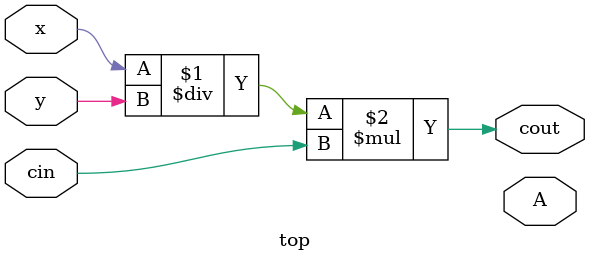
<source format=v>
module top
(
 input x,
 input y,
 input cin,

 output A,
 output cout
 );

assign cout = x / y * cin;

endmodule

</source>
